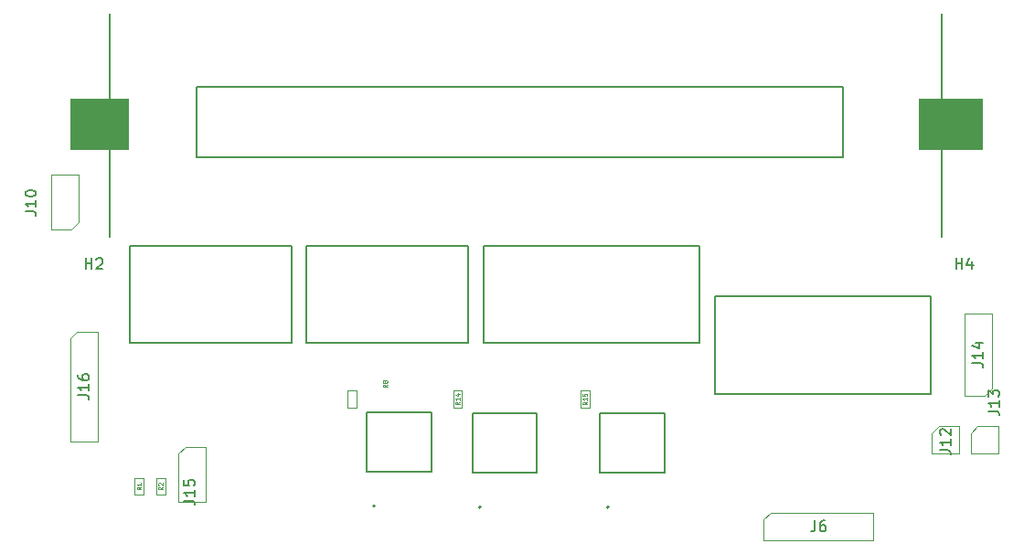
<source format=gbr>
G04 #@! TF.GenerationSoftware,KiCad,Pcbnew,5.1.9-73d0e3b20d~88~ubuntu18.04.1*
G04 #@! TF.CreationDate,2021-04-09T21:08:54+02:00*
G04 #@! TF.ProjectId,EcoApi_pcb,45636f41-7069-45f7-9063-622e6b696361,rev?*
G04 #@! TF.SameCoordinates,Original*
G04 #@! TF.FileFunction,Other,Fab,Top*
%FSLAX46Y46*%
G04 Gerber Fmt 4.6, Leading zero omitted, Abs format (unit mm)*
G04 Created by KiCad (PCBNEW 5.1.9-73d0e3b20d~88~ubuntu18.04.1) date 2021-04-09 21:08:54*
%MOMM*%
%LPD*%
G01*
G04 APERTURE LIST*
%ADD10C,0.127000*%
%ADD11C,0.010000*%
%ADD12C,0.100000*%
%ADD13C,0.200000*%
%ADD14C,0.150000*%
%ADD15C,0.060000*%
G04 APERTURE END LIST*
D10*
G04 #@! TO.C,BT1*
X75575000Y-101425000D02*
X75575000Y-80775000D01*
X152625000Y-80775000D02*
X152625000Y-101425000D01*
D11*
G36*
X77293000Y-93300000D02*
G01*
X71900000Y-93300000D01*
X71900000Y-88699540D01*
X77293000Y-88699540D01*
X77293000Y-93300000D01*
G37*
X77293000Y-93300000D02*
X71900000Y-93300000D01*
X71900000Y-88699540D01*
X77293000Y-88699540D01*
X77293000Y-93300000D01*
G36*
X156346400Y-93300000D02*
G01*
X150500000Y-93300000D01*
X150500000Y-88697360D01*
X156346400Y-88697360D01*
X156346400Y-93300000D01*
G37*
X156346400Y-93300000D02*
X150500000Y-93300000D01*
X150500000Y-88697360D01*
X156346400Y-88697360D01*
X156346400Y-93300000D01*
D10*
X143500000Y-94100000D02*
X143500000Y-87600000D01*
X143500000Y-87600000D02*
X83600000Y-87600000D01*
X83600000Y-87600000D02*
X83600000Y-94100000D01*
X83600000Y-94100000D02*
X143500000Y-94100000D01*
D12*
G04 #@! TO.C,J16*
X71930000Y-110865000D02*
X72565000Y-110230000D01*
X71930000Y-120390000D02*
X71930000Y-110865000D01*
X74470000Y-120390000D02*
X71930000Y-120390000D01*
X74470000Y-110230000D02*
X74470000Y-120390000D01*
X72565000Y-110230000D02*
X74470000Y-110230000D01*
D13*
G04 #@! TO.C,S3*
X121800000Y-126500000D02*
G75*
G03*
X121800000Y-126500000I-100000J0D01*
G01*
D10*
X127000000Y-123300000D02*
X127000000Y-117800000D01*
X121000000Y-123300000D02*
X127000000Y-123300000D01*
X121000000Y-117800000D02*
X121000000Y-123300000D01*
X127000000Y-117800000D02*
X121000000Y-117800000D01*
D13*
G04 #@! TO.C,S2*
X100150000Y-126400000D02*
G75*
G03*
X100150000Y-126400000I-100000J0D01*
G01*
D10*
X105350000Y-123200000D02*
X105350000Y-117700000D01*
X99350000Y-123200000D02*
X105350000Y-123200000D01*
X99350000Y-117700000D02*
X99350000Y-123200000D01*
X105350000Y-117700000D02*
X99350000Y-117700000D01*
D13*
G04 #@! TO.C,S1*
X109950000Y-126500000D02*
G75*
G03*
X109950000Y-126500000I-100000J0D01*
G01*
D10*
X115150000Y-123300000D02*
X115150000Y-117800000D01*
X109150000Y-123300000D02*
X115150000Y-123300000D01*
X109150000Y-117800000D02*
X109150000Y-123300000D01*
X115150000Y-117800000D02*
X109150000Y-117800000D01*
D12*
G04 #@! TO.C,R15*
X120012500Y-115700000D02*
X120012500Y-117300000D01*
X119187500Y-115700000D02*
X120012500Y-115700000D01*
X119187500Y-117300000D02*
X119187500Y-115700000D01*
X120012500Y-117300000D02*
X119187500Y-117300000D01*
G04 #@! TO.C,R14*
X108212500Y-115700000D02*
X108212500Y-117300000D01*
X107387500Y-115700000D02*
X108212500Y-115700000D01*
X107387500Y-117300000D02*
X107387500Y-115700000D01*
X108212500Y-117300000D02*
X107387500Y-117300000D01*
G04 #@! TO.C,J15*
X81930000Y-121565000D02*
X82565000Y-120930000D01*
X81930000Y-126010000D02*
X81930000Y-121565000D01*
X84470000Y-126010000D02*
X81930000Y-126010000D01*
X84470000Y-120930000D02*
X84470000Y-126010000D01*
X82565000Y-120930000D02*
X84470000Y-120930000D01*
D10*
G04 #@! TO.C,J3*
X151600000Y-116000000D02*
X131600000Y-116000000D01*
X151600000Y-107000000D02*
X151600000Y-116000000D01*
X131600000Y-107000000D02*
X151600000Y-107000000D01*
X131600000Y-116000000D02*
X131600000Y-107000000D01*
D12*
G04 #@! TO.C,J6*
X146310000Y-129570000D02*
X136150000Y-129570000D01*
X146310000Y-127030000D02*
X146310000Y-129570000D01*
X136785000Y-127030000D02*
X146310000Y-127030000D01*
X136150000Y-127665000D02*
X136785000Y-127030000D01*
X136150000Y-129570000D02*
X136150000Y-127665000D01*
G04 #@! TO.C,R8*
X98412500Y-115675000D02*
X98412500Y-117275000D01*
X97587500Y-115675000D02*
X98412500Y-115675000D01*
X97587500Y-117275000D02*
X97587500Y-115675000D01*
X98412500Y-117275000D02*
X97587500Y-117275000D01*
G04 #@! TO.C,R2*
X80712500Y-123775000D02*
X80712500Y-125375000D01*
X79887500Y-123775000D02*
X80712500Y-123775000D01*
X79887500Y-125375000D02*
X79887500Y-123775000D01*
X80712500Y-125375000D02*
X79887500Y-125375000D01*
G04 #@! TO.C,R1*
X77887500Y-125375000D02*
X77887500Y-123775000D01*
X78712500Y-125375000D02*
X77887500Y-125375000D01*
X78712500Y-123775000D02*
X78712500Y-125375000D01*
X77887500Y-123775000D02*
X78712500Y-123775000D01*
G04 #@! TO.C,J14*
X157270000Y-115535000D02*
X156635000Y-116170000D01*
X157270000Y-108550000D02*
X157270000Y-115535000D01*
X154730000Y-108550000D02*
X157270000Y-108550000D01*
X154730000Y-116170000D02*
X154730000Y-108550000D01*
X156635000Y-116170000D02*
X154730000Y-116170000D01*
G04 #@! TO.C,J13*
X155330000Y-119665000D02*
X155965000Y-119030000D01*
X155330000Y-121570000D02*
X155330000Y-119665000D01*
X157870000Y-121570000D02*
X155330000Y-121570000D01*
X157870000Y-119030000D02*
X157870000Y-121570000D01*
X155965000Y-119030000D02*
X157870000Y-119030000D01*
G04 #@! TO.C,J12*
X151730000Y-119665000D02*
X152365000Y-119030000D01*
X151730000Y-121570000D02*
X151730000Y-119665000D01*
X154270000Y-121570000D02*
X151730000Y-121570000D01*
X154270000Y-119030000D02*
X154270000Y-121570000D01*
X152365000Y-119030000D02*
X154270000Y-119030000D01*
G04 #@! TO.C,J10*
X72670000Y-100135000D02*
X72035000Y-100770000D01*
X72670000Y-95690000D02*
X72670000Y-100135000D01*
X70130000Y-95690000D02*
X72670000Y-95690000D01*
X70130000Y-100770000D02*
X70130000Y-95690000D01*
X72035000Y-100770000D02*
X70130000Y-100770000D01*
D10*
G04 #@! TO.C,J5*
X93800000Y-111300000D02*
X93800000Y-102300000D01*
X93800000Y-102300000D02*
X108800000Y-102300000D01*
X108800000Y-102300000D02*
X108800000Y-111300000D01*
X108800000Y-111300000D02*
X93800000Y-111300000D01*
G04 #@! TO.C,J2*
X130200000Y-111300000D02*
X110200000Y-111300000D01*
X130200000Y-102300000D02*
X130200000Y-111300000D01*
X110200000Y-102300000D02*
X130200000Y-102300000D01*
X110200000Y-111300000D02*
X110200000Y-102300000D01*
G04 #@! TO.C,J1*
X77400000Y-111300000D02*
X77400000Y-102300000D01*
X77400000Y-102300000D02*
X92400000Y-102300000D01*
X92400000Y-102300000D02*
X92400000Y-111300000D01*
X92400000Y-111300000D02*
X77400000Y-111300000D01*
G04 #@! TD*
G04 #@! TO.C,H4*
D14*
X153938095Y-104452380D02*
X153938095Y-103452380D01*
X153938095Y-103928571D02*
X154509523Y-103928571D01*
X154509523Y-104452380D02*
X154509523Y-103452380D01*
X155414285Y-103785714D02*
X155414285Y-104452380D01*
X155176190Y-103404761D02*
X154938095Y-104119047D01*
X155557142Y-104119047D01*
G04 #@! TO.C,H2*
X73338095Y-104452380D02*
X73338095Y-103452380D01*
X73338095Y-103928571D02*
X73909523Y-103928571D01*
X73909523Y-104452380D02*
X73909523Y-103452380D01*
X74338095Y-103547619D02*
X74385714Y-103500000D01*
X74480952Y-103452380D01*
X74719047Y-103452380D01*
X74814285Y-103500000D01*
X74861904Y-103547619D01*
X74909523Y-103642857D01*
X74909523Y-103738095D01*
X74861904Y-103880952D01*
X74290476Y-104452380D01*
X74909523Y-104452380D01*
G04 #@! TO.C,J16*
X72652380Y-116119523D02*
X73366666Y-116119523D01*
X73509523Y-116167142D01*
X73604761Y-116262380D01*
X73652380Y-116405238D01*
X73652380Y-116500476D01*
X73652380Y-115119523D02*
X73652380Y-115690952D01*
X73652380Y-115405238D02*
X72652380Y-115405238D01*
X72795238Y-115500476D01*
X72890476Y-115595714D01*
X72938095Y-115690952D01*
X72652380Y-114262380D02*
X72652380Y-114452857D01*
X72700000Y-114548095D01*
X72747619Y-114595714D01*
X72890476Y-114690952D01*
X73080952Y-114738571D01*
X73461904Y-114738571D01*
X73557142Y-114690952D01*
X73604761Y-114643333D01*
X73652380Y-114548095D01*
X73652380Y-114357619D01*
X73604761Y-114262380D01*
X73557142Y-114214761D01*
X73461904Y-114167142D01*
X73223809Y-114167142D01*
X73128571Y-114214761D01*
X73080952Y-114262380D01*
X73033333Y-114357619D01*
X73033333Y-114548095D01*
X73080952Y-114643333D01*
X73128571Y-114690952D01*
X73223809Y-114738571D01*
G04 #@! TO.C,R15*
D15*
X119780952Y-116757142D02*
X119590476Y-116890476D01*
X119780952Y-116985714D02*
X119380952Y-116985714D01*
X119380952Y-116833333D01*
X119400000Y-116795238D01*
X119419047Y-116776190D01*
X119457142Y-116757142D01*
X119514285Y-116757142D01*
X119552380Y-116776190D01*
X119571428Y-116795238D01*
X119590476Y-116833333D01*
X119590476Y-116985714D01*
X119780952Y-116376190D02*
X119780952Y-116604761D01*
X119780952Y-116490476D02*
X119380952Y-116490476D01*
X119438095Y-116528571D01*
X119476190Y-116566666D01*
X119495238Y-116604761D01*
X119380952Y-116014285D02*
X119380952Y-116204761D01*
X119571428Y-116223809D01*
X119552380Y-116204761D01*
X119533333Y-116166666D01*
X119533333Y-116071428D01*
X119552380Y-116033333D01*
X119571428Y-116014285D01*
X119609523Y-115995238D01*
X119704761Y-115995238D01*
X119742857Y-116014285D01*
X119761904Y-116033333D01*
X119780952Y-116071428D01*
X119780952Y-116166666D01*
X119761904Y-116204761D01*
X119742857Y-116223809D01*
G04 #@! TO.C,R14*
X107980952Y-116757142D02*
X107790476Y-116890476D01*
X107980952Y-116985714D02*
X107580952Y-116985714D01*
X107580952Y-116833333D01*
X107600000Y-116795238D01*
X107619047Y-116776190D01*
X107657142Y-116757142D01*
X107714285Y-116757142D01*
X107752380Y-116776190D01*
X107771428Y-116795238D01*
X107790476Y-116833333D01*
X107790476Y-116985714D01*
X107980952Y-116376190D02*
X107980952Y-116604761D01*
X107980952Y-116490476D02*
X107580952Y-116490476D01*
X107638095Y-116528571D01*
X107676190Y-116566666D01*
X107695238Y-116604761D01*
X107714285Y-116033333D02*
X107980952Y-116033333D01*
X107561904Y-116128571D02*
X107847619Y-116223809D01*
X107847619Y-115976190D01*
G04 #@! TO.C,J15*
D14*
X82452380Y-125909523D02*
X83166666Y-125909523D01*
X83309523Y-125957142D01*
X83404761Y-126052380D01*
X83452380Y-126195238D01*
X83452380Y-126290476D01*
X83452380Y-124909523D02*
X83452380Y-125480952D01*
X83452380Y-125195238D02*
X82452380Y-125195238D01*
X82595238Y-125290476D01*
X82690476Y-125385714D01*
X82738095Y-125480952D01*
X82452380Y-124004761D02*
X82452380Y-124480952D01*
X82928571Y-124528571D01*
X82880952Y-124480952D01*
X82833333Y-124385714D01*
X82833333Y-124147619D01*
X82880952Y-124052380D01*
X82928571Y-124004761D01*
X83023809Y-123957142D01*
X83261904Y-123957142D01*
X83357142Y-124004761D01*
X83404761Y-124052380D01*
X83452380Y-124147619D01*
X83452380Y-124385714D01*
X83404761Y-124480952D01*
X83357142Y-124528571D01*
G04 #@! TO.C,J6*
X140896666Y-127752380D02*
X140896666Y-128466666D01*
X140849047Y-128609523D01*
X140753809Y-128704761D01*
X140610952Y-128752380D01*
X140515714Y-128752380D01*
X141801428Y-127752380D02*
X141610952Y-127752380D01*
X141515714Y-127800000D01*
X141468095Y-127847619D01*
X141372857Y-127990476D01*
X141325238Y-128180952D01*
X141325238Y-128561904D01*
X141372857Y-128657142D01*
X141420476Y-128704761D01*
X141515714Y-128752380D01*
X141706190Y-128752380D01*
X141801428Y-128704761D01*
X141849047Y-128657142D01*
X141896666Y-128561904D01*
X141896666Y-128323809D01*
X141849047Y-128228571D01*
X141801428Y-128180952D01*
X141706190Y-128133333D01*
X141515714Y-128133333D01*
X141420476Y-128180952D01*
X141372857Y-128228571D01*
X141325238Y-128323809D01*
G04 #@! TO.C,R8*
D15*
X101280952Y-115141666D02*
X101090476Y-115275000D01*
X101280952Y-115370238D02*
X100880952Y-115370238D01*
X100880952Y-115217857D01*
X100900000Y-115179761D01*
X100919047Y-115160714D01*
X100957142Y-115141666D01*
X101014285Y-115141666D01*
X101052380Y-115160714D01*
X101071428Y-115179761D01*
X101090476Y-115217857D01*
X101090476Y-115370238D01*
X101052380Y-114913095D02*
X101033333Y-114951190D01*
X101014285Y-114970238D01*
X100976190Y-114989285D01*
X100957142Y-114989285D01*
X100919047Y-114970238D01*
X100900000Y-114951190D01*
X100880952Y-114913095D01*
X100880952Y-114836904D01*
X100900000Y-114798809D01*
X100919047Y-114779761D01*
X100957142Y-114760714D01*
X100976190Y-114760714D01*
X101014285Y-114779761D01*
X101033333Y-114798809D01*
X101052380Y-114836904D01*
X101052380Y-114913095D01*
X101071428Y-114951190D01*
X101090476Y-114970238D01*
X101128571Y-114989285D01*
X101204761Y-114989285D01*
X101242857Y-114970238D01*
X101261904Y-114951190D01*
X101280952Y-114913095D01*
X101280952Y-114836904D01*
X101261904Y-114798809D01*
X101242857Y-114779761D01*
X101204761Y-114760714D01*
X101128571Y-114760714D01*
X101090476Y-114779761D01*
X101071428Y-114798809D01*
X101052380Y-114836904D01*
G04 #@! TO.C,R2*
X80480952Y-124641666D02*
X80290476Y-124775000D01*
X80480952Y-124870238D02*
X80080952Y-124870238D01*
X80080952Y-124717857D01*
X80100000Y-124679761D01*
X80119047Y-124660714D01*
X80157142Y-124641666D01*
X80214285Y-124641666D01*
X80252380Y-124660714D01*
X80271428Y-124679761D01*
X80290476Y-124717857D01*
X80290476Y-124870238D01*
X80119047Y-124489285D02*
X80100000Y-124470238D01*
X80080952Y-124432142D01*
X80080952Y-124336904D01*
X80100000Y-124298809D01*
X80119047Y-124279761D01*
X80157142Y-124260714D01*
X80195238Y-124260714D01*
X80252380Y-124279761D01*
X80480952Y-124508333D01*
X80480952Y-124260714D01*
G04 #@! TO.C,R1*
X78480952Y-124641666D02*
X78290476Y-124775000D01*
X78480952Y-124870238D02*
X78080952Y-124870238D01*
X78080952Y-124717857D01*
X78100000Y-124679761D01*
X78119047Y-124660714D01*
X78157142Y-124641666D01*
X78214285Y-124641666D01*
X78252380Y-124660714D01*
X78271428Y-124679761D01*
X78290476Y-124717857D01*
X78290476Y-124870238D01*
X78480952Y-124260714D02*
X78480952Y-124489285D01*
X78480952Y-124375000D02*
X78080952Y-124375000D01*
X78138095Y-124413095D01*
X78176190Y-124451190D01*
X78195238Y-124489285D01*
G04 #@! TO.C,J14*
D14*
X155452380Y-113169523D02*
X156166666Y-113169523D01*
X156309523Y-113217142D01*
X156404761Y-113312380D01*
X156452380Y-113455238D01*
X156452380Y-113550476D01*
X156452380Y-112169523D02*
X156452380Y-112740952D01*
X156452380Y-112455238D02*
X155452380Y-112455238D01*
X155595238Y-112550476D01*
X155690476Y-112645714D01*
X155738095Y-112740952D01*
X155785714Y-111312380D02*
X156452380Y-111312380D01*
X155404761Y-111550476D02*
X156119047Y-111788571D01*
X156119047Y-111169523D01*
G04 #@! TO.C,J13*
X156952380Y-117609523D02*
X157666666Y-117609523D01*
X157809523Y-117657142D01*
X157904761Y-117752380D01*
X157952380Y-117895238D01*
X157952380Y-117990476D01*
X157952380Y-116609523D02*
X157952380Y-117180952D01*
X157952380Y-116895238D02*
X156952380Y-116895238D01*
X157095238Y-116990476D01*
X157190476Y-117085714D01*
X157238095Y-117180952D01*
X156952380Y-116276190D02*
X156952380Y-115657142D01*
X157333333Y-115990476D01*
X157333333Y-115847619D01*
X157380952Y-115752380D01*
X157428571Y-115704761D01*
X157523809Y-115657142D01*
X157761904Y-115657142D01*
X157857142Y-115704761D01*
X157904761Y-115752380D01*
X157952380Y-115847619D01*
X157952380Y-116133333D01*
X157904761Y-116228571D01*
X157857142Y-116276190D01*
G04 #@! TO.C,J12*
X152452380Y-121209523D02*
X153166666Y-121209523D01*
X153309523Y-121257142D01*
X153404761Y-121352380D01*
X153452380Y-121495238D01*
X153452380Y-121590476D01*
X153452380Y-120209523D02*
X153452380Y-120780952D01*
X153452380Y-120495238D02*
X152452380Y-120495238D01*
X152595238Y-120590476D01*
X152690476Y-120685714D01*
X152738095Y-120780952D01*
X152547619Y-119828571D02*
X152500000Y-119780952D01*
X152452380Y-119685714D01*
X152452380Y-119447619D01*
X152500000Y-119352380D01*
X152547619Y-119304761D01*
X152642857Y-119257142D01*
X152738095Y-119257142D01*
X152880952Y-119304761D01*
X153452380Y-119876190D01*
X153452380Y-119257142D01*
G04 #@! TO.C,J10*
X67752380Y-99109523D02*
X68466666Y-99109523D01*
X68609523Y-99157142D01*
X68704761Y-99252380D01*
X68752380Y-99395238D01*
X68752380Y-99490476D01*
X68752380Y-98109523D02*
X68752380Y-98680952D01*
X68752380Y-98395238D02*
X67752380Y-98395238D01*
X67895238Y-98490476D01*
X67990476Y-98585714D01*
X68038095Y-98680952D01*
X67752380Y-97490476D02*
X67752380Y-97395238D01*
X67800000Y-97300000D01*
X67847619Y-97252380D01*
X67942857Y-97204761D01*
X68133333Y-97157142D01*
X68371428Y-97157142D01*
X68561904Y-97204761D01*
X68657142Y-97252380D01*
X68704761Y-97300000D01*
X68752380Y-97395238D01*
X68752380Y-97490476D01*
X68704761Y-97585714D01*
X68657142Y-97633333D01*
X68561904Y-97680952D01*
X68371428Y-97728571D01*
X68133333Y-97728571D01*
X67942857Y-97680952D01*
X67847619Y-97633333D01*
X67800000Y-97585714D01*
X67752380Y-97490476D01*
G04 #@! TD*
M02*

</source>
